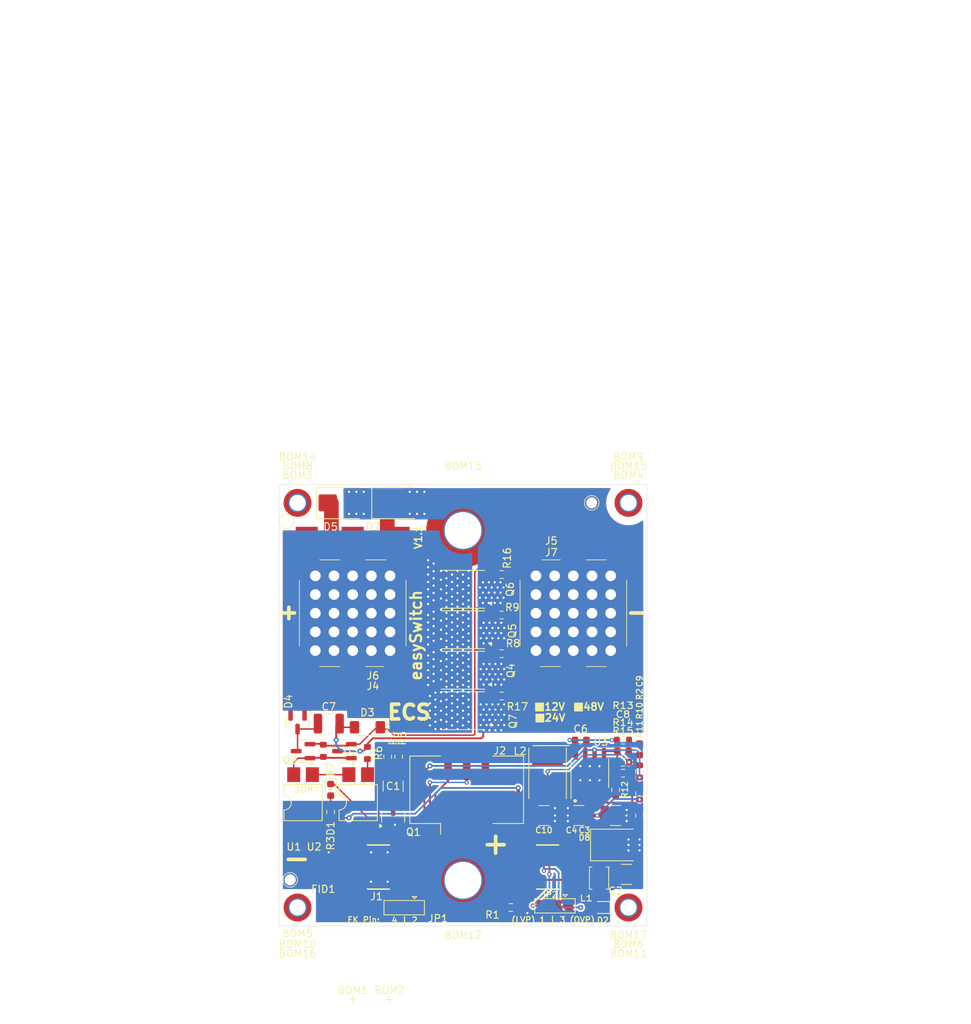
<source format=kicad_pcb>
(kicad_pcb
	(version 20241229)
	(generator "pcbnew")
	(generator_version "9.0")
	(general
		(thickness 1.6)
		(legacy_teardrops no)
	)
	(paper "A4")
	(layers
		(0 "F.Cu" signal)
		(2 "B.Cu" signal)
		(9 "F.Adhes" user "F.Adhesive")
		(11 "B.Adhes" user "B.Adhesive")
		(13 "F.Paste" user)
		(15 "B.Paste" user)
		(5 "F.SilkS" user "F.Silkscreen")
		(7 "B.SilkS" user "B.Silkscreen")
		(1 "F.Mask" user)
		(3 "B.Mask" user)
		(17 "Dwgs.User" user "User.Drawings")
		(19 "Cmts.User" user "User.Comments")
		(21 "Eco1.User" user "User.Eco1")
		(23 "Eco2.User" user "User.Eco2")
		(25 "Edge.Cuts" user)
		(27 "Margin" user)
		(31 "F.CrtYd" user "F.Courtyard")
		(29 "B.CrtYd" user "B.Courtyard")
		(35 "F.Fab" user)
		(33 "B.Fab" user)
		(39 "User.1" user)
		(41 "User.2" user)
		(43 "User.3" user)
		(45 "User.4" user)
		(47 "User.5" user)
		(49 "User.6" user)
		(51 "User.7" user)
		(53 "User.8" user)
		(55 "User.9" user)
	)
	(setup
		(pad_to_mask_clearance 0)
		(allow_soldermask_bridges_in_footprints no)
		(tenting front back)
		(aux_axis_origin 100 100)
		(pcbplotparams
			(layerselection 0x00000000_00000000_55555555_5755f5ff)
			(plot_on_all_layers_selection 0x00000000_00000000_00000000_00000000)
			(disableapertmacros no)
			(usegerberextensions no)
			(usegerberattributes yes)
			(usegerberadvancedattributes yes)
			(creategerberjobfile yes)
			(dashed_line_dash_ratio 12.000000)
			(dashed_line_gap_ratio 3.000000)
			(svgprecision 4)
			(plotframeref no)
			(mode 1)
			(useauxorigin no)
			(hpglpennumber 1)
			(hpglpenspeed 20)
			(hpglpendiameter 15.000000)
			(pdf_front_fp_property_popups yes)
			(pdf_back_fp_property_popups yes)
			(pdf_metadata yes)
			(pdf_single_document no)
			(dxfpolygonmode yes)
			(dxfimperialunits yes)
			(dxfusepcbnewfont yes)
			(psnegative no)
			(psa4output no)
			(plot_black_and_white yes)
			(plotinvisibletext no)
			(sketchpadsonfab no)
			(plotpadnumbers no)
			(hidednponfab no)
			(sketchdnponfab yes)
			(crossoutdnponfab yes)
			(subtractmaskfromsilk no)
			(outputformat 1)
			(mirror no)
			(drillshape 1)
			(scaleselection 1)
			(outputdirectory "")
		)
	)
	(net 0 "")
	(net 1 "Net-(D2-K)")
	(net 2 "Net-(U1-Pad3)")
	(net 3 "Net-(U1-Pad2)")
	(net 4 "GND")
	(net 5 "VCC")
	(net 6 "/pgood")
	(net 7 "Net-(Q1-C)")
	(net 8 "Net-(C1-Pad1)")
	(net 9 "Net-(D8-A1)")
	(net 10 "Net-(U3-BST)")
	(net 11 "Net-(U3-SW)")
	(net 12 "Net-(D4-K)")
	(net 13 "Net-(U3-FB)")
	(net 14 "Net-(C8-Pad1)")
	(net 15 "Net-(D1-K)")
	(net 16 "Net-(D1-A)")
	(net 17 "Net-(D2-A)")
	(net 18 "Net-(J2-Pin_5)")
	(net 19 "Net-(J2-Pin_4)")
	(net 20 "Net-(J2-Pin_3)")
	(net 21 "unconnected-(J2-Pin_6-Pad6)")
	(net 22 "Net-(J2-Pin_1)")
	(net 23 "Net-(J2-Pin_2)")
	(net 24 "Net-(Q2-B)")
	(net 25 "Net-(Q4-G)")
	(net 26 "Net-(Q5-G)")
	(net 27 "Net-(Q6-G)")
	(net 28 "Net-(R6-Pad1)")
	(net 29 "Net-(U3-EN{slash}UVLO)")
	(net 30 "Net-(U3-RON)")
	(net 31 "unconnected-(D4-NC-Pad2)")
	(net 32 "unconnected-(H1-Pad1)")
	(net 33 "/sw-")
	(net 34 "/sw+")
	(net 35 "/G")
	(net 36 "Net-(Q7-G)")
	(net 37 "unconnected-(H2-Pad1)")
	(net 38 "unconnected-(H3-Pad1)")
	(net 39 "unconnected-(H4-Pad1)")
	(net 40 "unconnected-(H5-Pad1)")
	(net 41 "unconnected-(H6-Pad1)")
	(net 42 "unconnected-(H1-Pad1)_1")
	(net 43 "unconnected-(H2-Pad1)_1")
	(net 44 "unconnected-(H3-Pad1)_1")
	(net 45 "unconnected-(H4-Pad1)_1")
	(net 46 "unconnected-(H5-Pad1)_1")
	(net 47 "unconnected-(H6-Pad1)_1")
	(footprint "myWürthSHFU:WP-SHFU_7461098_HAL" (layer "F.Cu") (at 110 57.5))
	(footprint "Resistor_SMD:R_0603_1608Metric" (layer "F.Cu") (at 146.75 74.75))
	(footprint "myBOM:BOM_PART_2x2mm" (layer "F.Cu") (at 125 46.25))
	(footprint "myBOM:BOM_PART_2x2mm" (layer "F.Cu") (at 147.5 42.5))
	(footprint "myBOM:BOM_PART" (layer "F.Cu") (at 166.1 -25.6))
	(footprint "Resistor_SMD:R_0603_1608Metric" (layer "F.Cu") (at 146.75 77.75 180))
	(footprint "Jumper:SolderJumper-3_P2.0mm_Open_TrianglePad1.0x1.5mm" (layer "F.Cu") (at 137.5 97.25 180))
	(footprint "Package_DIP:SMDIP-4_W7.62mm" (layer "F.Cu") (at 110.75 83.25 90))
	(footprint "Capacitor_SMD:C_1210_3225Metric" (layer "F.Cu") (at 145.75 85))
	(footprint "MountingHole:MountingHole_2.2mm_M2_DIN965_Pad_TopOnly" (layer "F.Cu") (at 102.5 97.5))
	(footprint "Resistor_SMD:R_0603_1608Metric" (layer "F.Cu") (at 116.25 77 -90))
	(footprint "Package_SO:PowerPAK_SO-8_Single" (layer "F.Cu") (at 125 70.75 180))
	(footprint "Resistor_SMD:R_0603_1608Metric" (layer "F.Cu") (at 107 84.5 90))
	(footprint "Resistor_SMD:R_0603_1608Metric" (layer "F.Cu") (at 112 76.5 90))
	(footprint "Package_TO_SOT_SMD:SOT-23" (layer "F.Cu") (at 103.25 76.25 180))
	(footprint "Resistor_SMD:R_0603_1608Metric" (layer "F.Cu") (at 130.25 63))
	(footprint "Resistor_SMD:R_0603_1608Metric" (layer "F.Cu") (at 130.25 57.75))
	(footprint "myBOM:BOM_PART_2x2mm" (layer "F.Cu") (at 102.5 42.5))
	(footprint "Diode_SMD:D_SMB" (layer "F.Cu") (at 108.75 42.5))
	(footprint "Capacitor_SMD:C_1210_3225Metric" (layer "F.Cu") (at 140.75 85 180))
	(footprint "myBOM:BOM_PART_2x2mm" (layer "F.Cu") (at 147.5 97.5))
	(footprint "myBOM:BOM_PART_2x2mm" (layer "F.Cu") (at 102.5 97.5))
	(footprint "LED_SMD:LED_0603_1608Metric" (layer "F.Cu") (at 107 81.5 -90))
	(footprint "myHoles:printer_mounting_holes_1mm" (layer "F.Cu") (at 101.5 93.75))
	(footprint "Package_SO:PowerPAK_SO-8_Single" (layer "F.Cu") (at 125 54.25 180))
	(footprint "myChineseConnectors:14580S0M5" (layer "F.Cu") (at 140 57.5 -90))
	(footprint "Resistor_SMD:R_0603_1608Metric" (layer "F.Cu") (at 114.75 77 -90))
	(footprint "Resistor_SMD:R_0603_1608Metric" (layer "F.Cu") (at 106 76.2 -90))
	(footprint "myChineseConnectors:14580S0M5" (layer "F.Cu") (at 110 57.5 90))
	(footprint "Connector_IDC:IDC-Header_2x03_P2.54mm_Vertical_SMD" (layer "F.Cu") (at 125.5 81.5 90))
	(footprint "Capacitor_SMD:C_1210_3225Metric" (layer "F.Cu") (at 106.75 72.5))
	(footprint "Diode_SMD:D_SMB" (layer "F.Cu") (at 146 89))
	(footprint "Package_TO_SOT_SMD:SOT-23" (layer "F.Cu") (at 108.875 76.25 180))
	(footprint "Resistor_SMD:R_0603_1608Metric" (layer "F.Cu") (at 149 85 -90))
	(footprint "Jumper:SolderJumper-3_P2.0mm_Open_TrianglePad1.0x1.5mm"
		(layer "F.Cu")
		(uuid "76b90ff9-df9f-4d89-a89a-838ef5a4a4c9")
		(at 117 97.5 180)
		(descr "SMD Solder Jumper, 1x1.5mm Triangular Pads, 0.3mm gap, open")
		(tags "solder jumper open")
		(property "Reference" "JP1"
			(at -4.6 -1.5 180)
			(layer "F.SilkS")
			(uuid "627f4dda-0c36-4060-940d-89fc87bae31f")
			(effects
				(font
					(size 1 1)
					(thickness 0.15)
				)
			)
		)
		(property "Value" "SolderJumper_3_Open"
			(at 0.725 1.925 0)
			(layer "F.Fab")
			(uuid "fa1de6a7-5faf-435b-8a20-3cde5bc1591c")
			(effects
				(font
					(size 1 1)
					(thickness 0.15)
				)
			)
		)
		(property "Datasheet" ""
			(at 0 0 180)
			(unlocked yes)
			(layer "F.Fab")
			(hide yes)
			(uuid "f7feb4d3-fdcd-4dbc-ab6d-50303f0a1278")
			(effects
				(font
					(size 1.27 1.27)
					(thickness 0.15)
				)
			)
		)
		(property "Description" "Solder Jumper, 3-pole, open"
			(at 0 0 180)
			(unlocked yes)
			(layer "F.Fab")
			(hide yes)
			(uuid "3bd26b52-6b31-4064-a8d0-9a25811724f3")
			(effects
				(font
					(size 1.27 1.27)
					(thickness 0.15)
				)
			)
		)
		(property "ECS Art#" "--"
			(at 0 0 180)
			(unlocked yes)
			(layer "F.Fab")
			(hide yes)
			(uuid "adf444bf-dc32-4f0c-89c0-65bdb20be72a")
			(effects
				(font
					(size 1 1)
					(thickness 0.15)
				)
			)
		)
		(property "HAN" "--"
			(at 0 0 180)
			(unlocked yes)
			(layer "F.Fab")
			(hide yes)
			(uuid "e14a113e-e84f-455c-a09f-170d9cdca201")
			(effects
				(font
					(size 1 1)
					(thickness 0.15)
				)
			)
		)
		(property "Hersteller" "--"
			(at 0 0 180)
			(unlocked yes)
			(layer "F.Fab")
			(hide yes)
			(uuid "62069d35-eff5-4631-90be-00e04a156255")
			(effects
				(font
					(size 1 1)
					(thickness 0.15)
				)
			)
		)
		(property "Field-1" ""
			(at 0 0 180)
			(unlocked yes)
			(layer "F.Fab")
			(hide yes)
			(uuid "f8d0cd40-4450-41a5-b91f-d4c8df237764")
			(effects
				(font
					(size 1 1)
					(thickness 0.15)
				)
			)
		)
		(property ki_fp_filters "SolderJumper*Open*")
		(path "/05809ea0-c658-4310-a929-60f4e03b48cb")
		(sheetname "/")
		(sheetfile "easySwitch.kicad_sch")
		(zone_connect 1)
		(attr exclude_from_pos_files exclude_from_bom allow_soldermask_bridges)
		(fp_rect
			(start -2.5 -0.75)
			(end 2.5 0.75)
			(stroke
				(width 0)
				(type default)
			)
			(fill yes)
			(layer "F.Mask")
			(uuid "fa291110-d2c9-42d2-9463-e9e978b1b65d")
		)
		(fp_line
			(start 2.75 0.95)
			(end -2.75 0.95)
			(stroke
				(width 0.12)
				(type solid)
			)
			(layer "F.SilkS")
			(uuid "8ec04646-f2d7-4bd3-b1d9-c4e57cd5fde1")
		)
		(fp_line
			(start 2.75 -1)
			(end 2.75 0.95)
			(stroke
				(width 0.12)
				(type solid)
			)
			(layer "F.SilkS")
			(uuid "e2e0b197-f650-43d1-ace0-081965a4d066")
		)
		(fp_line
			(start -1.1 1.5)
			(end -1.4 1.2)
			(stroke
				(width 0.12)
				(type solid)
			)
			(layer "F.SilkS")
			(uuid "35d94a03-7b12-41fe-8587-6aa3e3e7f7a0")
		)
		(fp_line
			(start -1.4 1.2)
			(end -1.7 1.5)
			(stroke
				(width 0.12)
				(type solid)
			)
			(layer "F.SilkS")
			(uuid "0b265979-ba54-4d00-8832-0b5fc8973acd")
		)
		(fp_line
			(start -1.7 1.5)
			(end -1.1 1.5)
			(stroke
				(width 0.12)
				(type solid)
		
... [407095 chars truncated]
</source>
